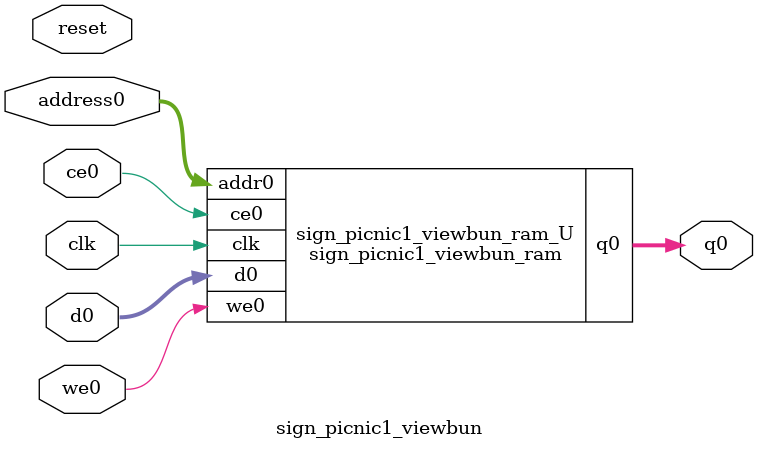
<source format=v>
`timescale 1 ns / 1 ps
module sign_picnic1_viewbun_ram (addr0, ce0, d0, we0, q0,  clk);

parameter DWIDTH = 8;
parameter AWIDTH = 16;
parameter MEM_SIZE = 49275;

input[AWIDTH-1:0] addr0;
input ce0;
input[DWIDTH-1:0] d0;
input we0;
output reg[DWIDTH-1:0] q0;
input clk;

(* ram_style = "block" *)reg [DWIDTH-1:0] ram[0:MEM_SIZE-1];




always @(posedge clk)  
begin 
    if (ce0) begin
        if (we0) 
            ram[addr0] <= d0; 
        q0 <= ram[addr0];
    end
end


endmodule

`timescale 1 ns / 1 ps
module sign_picnic1_viewbun(
    reset,
    clk,
    address0,
    ce0,
    we0,
    d0,
    q0);

parameter DataWidth = 32'd8;
parameter AddressRange = 32'd49275;
parameter AddressWidth = 32'd16;
input reset;
input clk;
input[AddressWidth - 1:0] address0;
input ce0;
input we0;
input[DataWidth - 1:0] d0;
output[DataWidth - 1:0] q0;



sign_picnic1_viewbun_ram sign_picnic1_viewbun_ram_U(
    .clk( clk ),
    .addr0( address0 ),
    .ce0( ce0 ),
    .we0( we0 ),
    .d0( d0 ),
    .q0( q0 ));

endmodule


</source>
